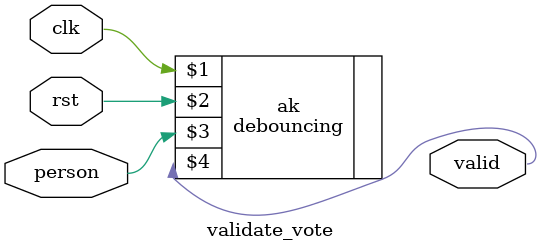
<source format=v>
`timescale 1ns / 1ps
module validate_vote(clk,rst,person,valid);
input clk,rst,person;
output valid;
debouncing ak(clk,rst,person,valid);
endmodule

</source>
